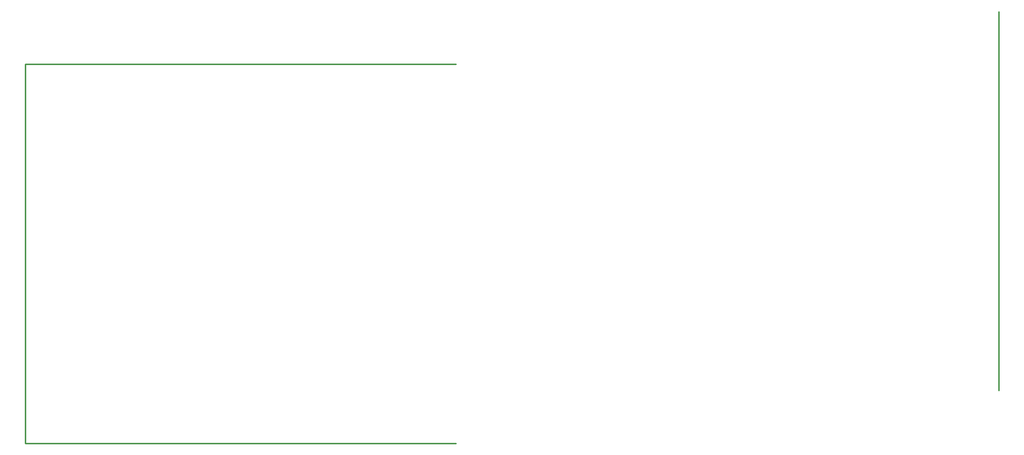
<source format=gm1>
%FSTAX24Y24*%
%MOMM*%
%SFA1B1*%

%IPPOS*%
%ADD29C,0.250000*%
%LNpcb-1*%
%LPD*%
G54D29*
X1696399Y091399D02*
Y751799D01*
X0Y-001299D02*
X750599D01*
X0Y0D02*
Y6604D01*
X750599*
M02*
</source>
